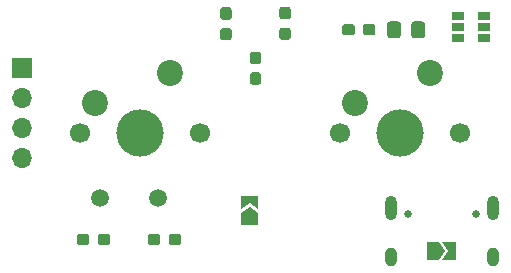
<source format=gts>
G04 #@! TF.GenerationSoftware,KiCad,Pcbnew,5.1.5+dfsg1-2build2*
G04 #@! TF.CreationDate,2021-10-11T18:11:35+03:00*
G04 #@! TF.ProjectId,usb_kb,7573625f-6b62-42e6-9b69-6361645f7063,rev?*
G04 #@! TF.SameCoordinates,Original*
G04 #@! TF.FileFunction,Soldermask,Top*
G04 #@! TF.FilePolarity,Negative*
%FSLAX46Y46*%
G04 Gerber Fmt 4.6, Leading zero omitted, Abs format (unit mm)*
G04 Created by KiCad (PCBNEW 5.1.5+dfsg1-2build2) date 2021-10-11 18:11:35*
%MOMM*%
%LPD*%
G04 APERTURE LIST*
%ADD10O,1.000000X2.100000*%
%ADD11C,0.650000*%
%ADD12O,1.000000X1.600000*%
%ADD13C,1.700000*%
%ADD14C,4.000000*%
%ADD15C,2.200000*%
%ADD16C,0.100000*%
%ADD17C,1.500000*%
%ADD18R,1.060000X0.650000*%
%ADD19O,1.700000X1.700000*%
%ADD20R,1.700000X1.700000*%
G04 APERTURE END LIST*
D10*
X193230000Y-84315000D03*
X201870000Y-84315000D03*
D11*
X200440000Y-84845000D03*
D12*
X201870000Y-88495000D03*
D11*
X194660000Y-84845000D03*
D12*
X193230000Y-88495000D03*
D13*
X199080000Y-78000000D03*
X188920000Y-78000000D03*
D14*
X194000000Y-78000000D03*
D15*
X190190000Y-75460000D03*
X196540000Y-72920000D03*
D16*
G36*
X182010779Y-72851144D02*
G01*
X182033834Y-72854563D01*
X182056443Y-72860227D01*
X182078387Y-72868079D01*
X182099457Y-72878044D01*
X182119448Y-72890026D01*
X182138168Y-72903910D01*
X182155438Y-72919562D01*
X182171090Y-72936832D01*
X182184974Y-72955552D01*
X182196956Y-72975543D01*
X182206921Y-72996613D01*
X182214773Y-73018557D01*
X182220437Y-73041166D01*
X182223856Y-73064221D01*
X182225000Y-73087500D01*
X182225000Y-73662500D01*
X182223856Y-73685779D01*
X182220437Y-73708834D01*
X182214773Y-73731443D01*
X182206921Y-73753387D01*
X182196956Y-73774457D01*
X182184974Y-73794448D01*
X182171090Y-73813168D01*
X182155438Y-73830438D01*
X182138168Y-73846090D01*
X182119448Y-73859974D01*
X182099457Y-73871956D01*
X182078387Y-73881921D01*
X182056443Y-73889773D01*
X182033834Y-73895437D01*
X182010779Y-73898856D01*
X181987500Y-73900000D01*
X181512500Y-73900000D01*
X181489221Y-73898856D01*
X181466166Y-73895437D01*
X181443557Y-73889773D01*
X181421613Y-73881921D01*
X181400543Y-73871956D01*
X181380552Y-73859974D01*
X181361832Y-73846090D01*
X181344562Y-73830438D01*
X181328910Y-73813168D01*
X181315026Y-73794448D01*
X181303044Y-73774457D01*
X181293079Y-73753387D01*
X181285227Y-73731443D01*
X181279563Y-73708834D01*
X181276144Y-73685779D01*
X181275000Y-73662500D01*
X181275000Y-73087500D01*
X181276144Y-73064221D01*
X181279563Y-73041166D01*
X181285227Y-73018557D01*
X181293079Y-72996613D01*
X181303044Y-72975543D01*
X181315026Y-72955552D01*
X181328910Y-72936832D01*
X181344562Y-72919562D01*
X181361832Y-72903910D01*
X181380552Y-72890026D01*
X181400543Y-72878044D01*
X181421613Y-72868079D01*
X181443557Y-72860227D01*
X181466166Y-72854563D01*
X181489221Y-72851144D01*
X181512500Y-72850000D01*
X181987500Y-72850000D01*
X182010779Y-72851144D01*
G37*
G36*
X182010779Y-71101144D02*
G01*
X182033834Y-71104563D01*
X182056443Y-71110227D01*
X182078387Y-71118079D01*
X182099457Y-71128044D01*
X182119448Y-71140026D01*
X182138168Y-71153910D01*
X182155438Y-71169562D01*
X182171090Y-71186832D01*
X182184974Y-71205552D01*
X182196956Y-71225543D01*
X182206921Y-71246613D01*
X182214773Y-71268557D01*
X182220437Y-71291166D01*
X182223856Y-71314221D01*
X182225000Y-71337500D01*
X182225000Y-71912500D01*
X182223856Y-71935779D01*
X182220437Y-71958834D01*
X182214773Y-71981443D01*
X182206921Y-72003387D01*
X182196956Y-72024457D01*
X182184974Y-72044448D01*
X182171090Y-72063168D01*
X182155438Y-72080438D01*
X182138168Y-72096090D01*
X182119448Y-72109974D01*
X182099457Y-72121956D01*
X182078387Y-72131921D01*
X182056443Y-72139773D01*
X182033834Y-72145437D01*
X182010779Y-72148856D01*
X181987500Y-72150000D01*
X181512500Y-72150000D01*
X181489221Y-72148856D01*
X181466166Y-72145437D01*
X181443557Y-72139773D01*
X181421613Y-72131921D01*
X181400543Y-72121956D01*
X181380552Y-72109974D01*
X181361832Y-72096090D01*
X181344562Y-72080438D01*
X181328910Y-72063168D01*
X181315026Y-72044448D01*
X181303044Y-72024457D01*
X181293079Y-72003387D01*
X181285227Y-71981443D01*
X181279563Y-71958834D01*
X181276144Y-71935779D01*
X181275000Y-71912500D01*
X181275000Y-71337500D01*
X181276144Y-71314221D01*
X181279563Y-71291166D01*
X181285227Y-71268557D01*
X181293079Y-71246613D01*
X181303044Y-71225543D01*
X181315026Y-71205552D01*
X181328910Y-71186832D01*
X181344562Y-71169562D01*
X181361832Y-71153910D01*
X181380552Y-71140026D01*
X181400543Y-71128044D01*
X181421613Y-71118079D01*
X181443557Y-71110227D01*
X181466166Y-71104563D01*
X181489221Y-71101144D01*
X181512500Y-71100000D01*
X181987500Y-71100000D01*
X182010779Y-71101144D01*
G37*
G36*
X189935779Y-68776144D02*
G01*
X189958834Y-68779563D01*
X189981443Y-68785227D01*
X190003387Y-68793079D01*
X190024457Y-68803044D01*
X190044448Y-68815026D01*
X190063168Y-68828910D01*
X190080438Y-68844562D01*
X190096090Y-68861832D01*
X190109974Y-68880552D01*
X190121956Y-68900543D01*
X190131921Y-68921613D01*
X190139773Y-68943557D01*
X190145437Y-68966166D01*
X190148856Y-68989221D01*
X190150000Y-69012500D01*
X190150000Y-69487500D01*
X190148856Y-69510779D01*
X190145437Y-69533834D01*
X190139773Y-69556443D01*
X190131921Y-69578387D01*
X190121956Y-69599457D01*
X190109974Y-69619448D01*
X190096090Y-69638168D01*
X190080438Y-69655438D01*
X190063168Y-69671090D01*
X190044448Y-69684974D01*
X190024457Y-69696956D01*
X190003387Y-69706921D01*
X189981443Y-69714773D01*
X189958834Y-69720437D01*
X189935779Y-69723856D01*
X189912500Y-69725000D01*
X189337500Y-69725000D01*
X189314221Y-69723856D01*
X189291166Y-69720437D01*
X189268557Y-69714773D01*
X189246613Y-69706921D01*
X189225543Y-69696956D01*
X189205552Y-69684974D01*
X189186832Y-69671090D01*
X189169562Y-69655438D01*
X189153910Y-69638168D01*
X189140026Y-69619448D01*
X189128044Y-69599457D01*
X189118079Y-69578387D01*
X189110227Y-69556443D01*
X189104563Y-69533834D01*
X189101144Y-69510779D01*
X189100000Y-69487500D01*
X189100000Y-69012500D01*
X189101144Y-68989221D01*
X189104563Y-68966166D01*
X189110227Y-68943557D01*
X189118079Y-68921613D01*
X189128044Y-68900543D01*
X189140026Y-68880552D01*
X189153910Y-68861832D01*
X189169562Y-68844562D01*
X189186832Y-68828910D01*
X189205552Y-68815026D01*
X189225543Y-68803044D01*
X189246613Y-68793079D01*
X189268557Y-68785227D01*
X189291166Y-68779563D01*
X189314221Y-68776144D01*
X189337500Y-68775000D01*
X189912500Y-68775000D01*
X189935779Y-68776144D01*
G37*
G36*
X191685779Y-68776144D02*
G01*
X191708834Y-68779563D01*
X191731443Y-68785227D01*
X191753387Y-68793079D01*
X191774457Y-68803044D01*
X191794448Y-68815026D01*
X191813168Y-68828910D01*
X191830438Y-68844562D01*
X191846090Y-68861832D01*
X191859974Y-68880552D01*
X191871956Y-68900543D01*
X191881921Y-68921613D01*
X191889773Y-68943557D01*
X191895437Y-68966166D01*
X191898856Y-68989221D01*
X191900000Y-69012500D01*
X191900000Y-69487500D01*
X191898856Y-69510779D01*
X191895437Y-69533834D01*
X191889773Y-69556443D01*
X191881921Y-69578387D01*
X191871956Y-69599457D01*
X191859974Y-69619448D01*
X191846090Y-69638168D01*
X191830438Y-69655438D01*
X191813168Y-69671090D01*
X191794448Y-69684974D01*
X191774457Y-69696956D01*
X191753387Y-69706921D01*
X191731443Y-69714773D01*
X191708834Y-69720437D01*
X191685779Y-69723856D01*
X191662500Y-69725000D01*
X191087500Y-69725000D01*
X191064221Y-69723856D01*
X191041166Y-69720437D01*
X191018557Y-69714773D01*
X190996613Y-69706921D01*
X190975543Y-69696956D01*
X190955552Y-69684974D01*
X190936832Y-69671090D01*
X190919562Y-69655438D01*
X190903910Y-69638168D01*
X190890026Y-69619448D01*
X190878044Y-69599457D01*
X190868079Y-69578387D01*
X190860227Y-69556443D01*
X190854563Y-69533834D01*
X190851144Y-69510779D01*
X190850000Y-69487500D01*
X190850000Y-69012500D01*
X190851144Y-68989221D01*
X190854563Y-68966166D01*
X190860227Y-68943557D01*
X190868079Y-68921613D01*
X190878044Y-68900543D01*
X190890026Y-68880552D01*
X190903910Y-68861832D01*
X190919562Y-68844562D01*
X190936832Y-68828910D01*
X190955552Y-68815026D01*
X190975543Y-68803044D01*
X190996613Y-68793079D01*
X191018557Y-68785227D01*
X191041166Y-68779563D01*
X191064221Y-68776144D01*
X191087500Y-68775000D01*
X191662500Y-68775000D01*
X191685779Y-68776144D01*
G37*
G36*
X169223279Y-86526144D02*
G01*
X169246334Y-86529563D01*
X169268943Y-86535227D01*
X169290887Y-86543079D01*
X169311957Y-86553044D01*
X169331948Y-86565026D01*
X169350668Y-86578910D01*
X169367938Y-86594562D01*
X169383590Y-86611832D01*
X169397474Y-86630552D01*
X169409456Y-86650543D01*
X169419421Y-86671613D01*
X169427273Y-86693557D01*
X169432937Y-86716166D01*
X169436356Y-86739221D01*
X169437500Y-86762500D01*
X169437500Y-87237500D01*
X169436356Y-87260779D01*
X169432937Y-87283834D01*
X169427273Y-87306443D01*
X169419421Y-87328387D01*
X169409456Y-87349457D01*
X169397474Y-87369448D01*
X169383590Y-87388168D01*
X169367938Y-87405438D01*
X169350668Y-87421090D01*
X169331948Y-87434974D01*
X169311957Y-87446956D01*
X169290887Y-87456921D01*
X169268943Y-87464773D01*
X169246334Y-87470437D01*
X169223279Y-87473856D01*
X169200000Y-87475000D01*
X168625000Y-87475000D01*
X168601721Y-87473856D01*
X168578666Y-87470437D01*
X168556057Y-87464773D01*
X168534113Y-87456921D01*
X168513043Y-87446956D01*
X168493052Y-87434974D01*
X168474332Y-87421090D01*
X168457062Y-87405438D01*
X168441410Y-87388168D01*
X168427526Y-87369448D01*
X168415544Y-87349457D01*
X168405579Y-87328387D01*
X168397727Y-87306443D01*
X168392063Y-87283834D01*
X168388644Y-87260779D01*
X168387500Y-87237500D01*
X168387500Y-86762500D01*
X168388644Y-86739221D01*
X168392063Y-86716166D01*
X168397727Y-86693557D01*
X168405579Y-86671613D01*
X168415544Y-86650543D01*
X168427526Y-86630552D01*
X168441410Y-86611832D01*
X168457062Y-86594562D01*
X168474332Y-86578910D01*
X168493052Y-86565026D01*
X168513043Y-86553044D01*
X168534113Y-86543079D01*
X168556057Y-86535227D01*
X168578666Y-86529563D01*
X168601721Y-86526144D01*
X168625000Y-86525000D01*
X169200000Y-86525000D01*
X169223279Y-86526144D01*
G37*
G36*
X167473279Y-86526144D02*
G01*
X167496334Y-86529563D01*
X167518943Y-86535227D01*
X167540887Y-86543079D01*
X167561957Y-86553044D01*
X167581948Y-86565026D01*
X167600668Y-86578910D01*
X167617938Y-86594562D01*
X167633590Y-86611832D01*
X167647474Y-86630552D01*
X167659456Y-86650543D01*
X167669421Y-86671613D01*
X167677273Y-86693557D01*
X167682937Y-86716166D01*
X167686356Y-86739221D01*
X167687500Y-86762500D01*
X167687500Y-87237500D01*
X167686356Y-87260779D01*
X167682937Y-87283834D01*
X167677273Y-87306443D01*
X167669421Y-87328387D01*
X167659456Y-87349457D01*
X167647474Y-87369448D01*
X167633590Y-87388168D01*
X167617938Y-87405438D01*
X167600668Y-87421090D01*
X167581948Y-87434974D01*
X167561957Y-87446956D01*
X167540887Y-87456921D01*
X167518943Y-87464773D01*
X167496334Y-87470437D01*
X167473279Y-87473856D01*
X167450000Y-87475000D01*
X166875000Y-87475000D01*
X166851721Y-87473856D01*
X166828666Y-87470437D01*
X166806057Y-87464773D01*
X166784113Y-87456921D01*
X166763043Y-87446956D01*
X166743052Y-87434974D01*
X166724332Y-87421090D01*
X166707062Y-87405438D01*
X166691410Y-87388168D01*
X166677526Y-87369448D01*
X166665544Y-87349457D01*
X166655579Y-87328387D01*
X166647727Y-87306443D01*
X166642063Y-87283834D01*
X166638644Y-87260779D01*
X166637500Y-87237500D01*
X166637500Y-86762500D01*
X166638644Y-86739221D01*
X166642063Y-86716166D01*
X166647727Y-86693557D01*
X166655579Y-86671613D01*
X166665544Y-86650543D01*
X166677526Y-86630552D01*
X166691410Y-86611832D01*
X166707062Y-86594562D01*
X166724332Y-86578910D01*
X166743052Y-86565026D01*
X166763043Y-86553044D01*
X166784113Y-86543079D01*
X166806057Y-86535227D01*
X166828666Y-86529563D01*
X166851721Y-86526144D01*
X166875000Y-86525000D01*
X167450000Y-86525000D01*
X167473279Y-86526144D01*
G37*
G36*
X173473279Y-86526144D02*
G01*
X173496334Y-86529563D01*
X173518943Y-86535227D01*
X173540887Y-86543079D01*
X173561957Y-86553044D01*
X173581948Y-86565026D01*
X173600668Y-86578910D01*
X173617938Y-86594562D01*
X173633590Y-86611832D01*
X173647474Y-86630552D01*
X173659456Y-86650543D01*
X173669421Y-86671613D01*
X173677273Y-86693557D01*
X173682937Y-86716166D01*
X173686356Y-86739221D01*
X173687500Y-86762500D01*
X173687500Y-87237500D01*
X173686356Y-87260779D01*
X173682937Y-87283834D01*
X173677273Y-87306443D01*
X173669421Y-87328387D01*
X173659456Y-87349457D01*
X173647474Y-87369448D01*
X173633590Y-87388168D01*
X173617938Y-87405438D01*
X173600668Y-87421090D01*
X173581948Y-87434974D01*
X173561957Y-87446956D01*
X173540887Y-87456921D01*
X173518943Y-87464773D01*
X173496334Y-87470437D01*
X173473279Y-87473856D01*
X173450000Y-87475000D01*
X172875000Y-87475000D01*
X172851721Y-87473856D01*
X172828666Y-87470437D01*
X172806057Y-87464773D01*
X172784113Y-87456921D01*
X172763043Y-87446956D01*
X172743052Y-87434974D01*
X172724332Y-87421090D01*
X172707062Y-87405438D01*
X172691410Y-87388168D01*
X172677526Y-87369448D01*
X172665544Y-87349457D01*
X172655579Y-87328387D01*
X172647727Y-87306443D01*
X172642063Y-87283834D01*
X172638644Y-87260779D01*
X172637500Y-87237500D01*
X172637500Y-86762500D01*
X172638644Y-86739221D01*
X172642063Y-86716166D01*
X172647727Y-86693557D01*
X172655579Y-86671613D01*
X172665544Y-86650543D01*
X172677526Y-86630552D01*
X172691410Y-86611832D01*
X172707062Y-86594562D01*
X172724332Y-86578910D01*
X172743052Y-86565026D01*
X172763043Y-86553044D01*
X172784113Y-86543079D01*
X172806057Y-86535227D01*
X172828666Y-86529563D01*
X172851721Y-86526144D01*
X172875000Y-86525000D01*
X173450000Y-86525000D01*
X173473279Y-86526144D01*
G37*
G36*
X175223279Y-86526144D02*
G01*
X175246334Y-86529563D01*
X175268943Y-86535227D01*
X175290887Y-86543079D01*
X175311957Y-86553044D01*
X175331948Y-86565026D01*
X175350668Y-86578910D01*
X175367938Y-86594562D01*
X175383590Y-86611832D01*
X175397474Y-86630552D01*
X175409456Y-86650543D01*
X175419421Y-86671613D01*
X175427273Y-86693557D01*
X175432937Y-86716166D01*
X175436356Y-86739221D01*
X175437500Y-86762500D01*
X175437500Y-87237500D01*
X175436356Y-87260779D01*
X175432937Y-87283834D01*
X175427273Y-87306443D01*
X175419421Y-87328387D01*
X175409456Y-87349457D01*
X175397474Y-87369448D01*
X175383590Y-87388168D01*
X175367938Y-87405438D01*
X175350668Y-87421090D01*
X175331948Y-87434974D01*
X175311957Y-87446956D01*
X175290887Y-87456921D01*
X175268943Y-87464773D01*
X175246334Y-87470437D01*
X175223279Y-87473856D01*
X175200000Y-87475000D01*
X174625000Y-87475000D01*
X174601721Y-87473856D01*
X174578666Y-87470437D01*
X174556057Y-87464773D01*
X174534113Y-87456921D01*
X174513043Y-87446956D01*
X174493052Y-87434974D01*
X174474332Y-87421090D01*
X174457062Y-87405438D01*
X174441410Y-87388168D01*
X174427526Y-87369448D01*
X174415544Y-87349457D01*
X174405579Y-87328387D01*
X174397727Y-87306443D01*
X174392063Y-87283834D01*
X174388644Y-87260779D01*
X174387500Y-87237500D01*
X174387500Y-86762500D01*
X174388644Y-86739221D01*
X174392063Y-86716166D01*
X174397727Y-86693557D01*
X174405579Y-86671613D01*
X174415544Y-86650543D01*
X174427526Y-86630552D01*
X174441410Y-86611832D01*
X174457062Y-86594562D01*
X174474332Y-86578910D01*
X174493052Y-86565026D01*
X174513043Y-86553044D01*
X174534113Y-86543079D01*
X174556057Y-86535227D01*
X174578666Y-86529563D01*
X174601721Y-86526144D01*
X174625000Y-86525000D01*
X175200000Y-86525000D01*
X175223279Y-86526144D01*
G37*
G36*
X179510779Y-69101144D02*
G01*
X179533834Y-69104563D01*
X179556443Y-69110227D01*
X179578387Y-69118079D01*
X179599457Y-69128044D01*
X179619448Y-69140026D01*
X179638168Y-69153910D01*
X179655438Y-69169562D01*
X179671090Y-69186832D01*
X179684974Y-69205552D01*
X179696956Y-69225543D01*
X179706921Y-69246613D01*
X179714773Y-69268557D01*
X179720437Y-69291166D01*
X179723856Y-69314221D01*
X179725000Y-69337500D01*
X179725000Y-69912500D01*
X179723856Y-69935779D01*
X179720437Y-69958834D01*
X179714773Y-69981443D01*
X179706921Y-70003387D01*
X179696956Y-70024457D01*
X179684974Y-70044448D01*
X179671090Y-70063168D01*
X179655438Y-70080438D01*
X179638168Y-70096090D01*
X179619448Y-70109974D01*
X179599457Y-70121956D01*
X179578387Y-70131921D01*
X179556443Y-70139773D01*
X179533834Y-70145437D01*
X179510779Y-70148856D01*
X179487500Y-70150000D01*
X179012500Y-70150000D01*
X178989221Y-70148856D01*
X178966166Y-70145437D01*
X178943557Y-70139773D01*
X178921613Y-70131921D01*
X178900543Y-70121956D01*
X178880552Y-70109974D01*
X178861832Y-70096090D01*
X178844562Y-70080438D01*
X178828910Y-70063168D01*
X178815026Y-70044448D01*
X178803044Y-70024457D01*
X178793079Y-70003387D01*
X178785227Y-69981443D01*
X178779563Y-69958834D01*
X178776144Y-69935779D01*
X178775000Y-69912500D01*
X178775000Y-69337500D01*
X178776144Y-69314221D01*
X178779563Y-69291166D01*
X178785227Y-69268557D01*
X178793079Y-69246613D01*
X178803044Y-69225543D01*
X178815026Y-69205552D01*
X178828910Y-69186832D01*
X178844562Y-69169562D01*
X178861832Y-69153910D01*
X178880552Y-69140026D01*
X178900543Y-69128044D01*
X178921613Y-69118079D01*
X178943557Y-69110227D01*
X178966166Y-69104563D01*
X178989221Y-69101144D01*
X179012500Y-69100000D01*
X179487500Y-69100000D01*
X179510779Y-69101144D01*
G37*
G36*
X179510779Y-67351144D02*
G01*
X179533834Y-67354563D01*
X179556443Y-67360227D01*
X179578387Y-67368079D01*
X179599457Y-67378044D01*
X179619448Y-67390026D01*
X179638168Y-67403910D01*
X179655438Y-67419562D01*
X179671090Y-67436832D01*
X179684974Y-67455552D01*
X179696956Y-67475543D01*
X179706921Y-67496613D01*
X179714773Y-67518557D01*
X179720437Y-67541166D01*
X179723856Y-67564221D01*
X179725000Y-67587500D01*
X179725000Y-68162500D01*
X179723856Y-68185779D01*
X179720437Y-68208834D01*
X179714773Y-68231443D01*
X179706921Y-68253387D01*
X179696956Y-68274457D01*
X179684974Y-68294448D01*
X179671090Y-68313168D01*
X179655438Y-68330438D01*
X179638168Y-68346090D01*
X179619448Y-68359974D01*
X179599457Y-68371956D01*
X179578387Y-68381921D01*
X179556443Y-68389773D01*
X179533834Y-68395437D01*
X179510779Y-68398856D01*
X179487500Y-68400000D01*
X179012500Y-68400000D01*
X178989221Y-68398856D01*
X178966166Y-68395437D01*
X178943557Y-68389773D01*
X178921613Y-68381921D01*
X178900543Y-68371956D01*
X178880552Y-68359974D01*
X178861832Y-68346090D01*
X178844562Y-68330438D01*
X178828910Y-68313168D01*
X178815026Y-68294448D01*
X178803044Y-68274457D01*
X178793079Y-68253387D01*
X178785227Y-68231443D01*
X178779563Y-68208834D01*
X178776144Y-68185779D01*
X178775000Y-68162500D01*
X178775000Y-67587500D01*
X178776144Y-67564221D01*
X178779563Y-67541166D01*
X178785227Y-67518557D01*
X178793079Y-67496613D01*
X178803044Y-67475543D01*
X178815026Y-67455552D01*
X178828910Y-67436832D01*
X178844562Y-67419562D01*
X178861832Y-67403910D01*
X178880552Y-67390026D01*
X178900543Y-67378044D01*
X178921613Y-67368079D01*
X178943557Y-67360227D01*
X178966166Y-67354563D01*
X178989221Y-67351144D01*
X179012500Y-67350000D01*
X179487500Y-67350000D01*
X179510779Y-67351144D01*
G37*
G36*
X184510779Y-69063644D02*
G01*
X184533834Y-69067063D01*
X184556443Y-69072727D01*
X184578387Y-69080579D01*
X184599457Y-69090544D01*
X184619448Y-69102526D01*
X184638168Y-69116410D01*
X184655438Y-69132062D01*
X184671090Y-69149332D01*
X184684974Y-69168052D01*
X184696956Y-69188043D01*
X184706921Y-69209113D01*
X184714773Y-69231057D01*
X184720437Y-69253666D01*
X184723856Y-69276721D01*
X184725000Y-69300000D01*
X184725000Y-69875000D01*
X184723856Y-69898279D01*
X184720437Y-69921334D01*
X184714773Y-69943943D01*
X184706921Y-69965887D01*
X184696956Y-69986957D01*
X184684974Y-70006948D01*
X184671090Y-70025668D01*
X184655438Y-70042938D01*
X184638168Y-70058590D01*
X184619448Y-70072474D01*
X184599457Y-70084456D01*
X184578387Y-70094421D01*
X184556443Y-70102273D01*
X184533834Y-70107937D01*
X184510779Y-70111356D01*
X184487500Y-70112500D01*
X184012500Y-70112500D01*
X183989221Y-70111356D01*
X183966166Y-70107937D01*
X183943557Y-70102273D01*
X183921613Y-70094421D01*
X183900543Y-70084456D01*
X183880552Y-70072474D01*
X183861832Y-70058590D01*
X183844562Y-70042938D01*
X183828910Y-70025668D01*
X183815026Y-70006948D01*
X183803044Y-69986957D01*
X183793079Y-69965887D01*
X183785227Y-69943943D01*
X183779563Y-69921334D01*
X183776144Y-69898279D01*
X183775000Y-69875000D01*
X183775000Y-69300000D01*
X183776144Y-69276721D01*
X183779563Y-69253666D01*
X183785227Y-69231057D01*
X183793079Y-69209113D01*
X183803044Y-69188043D01*
X183815026Y-69168052D01*
X183828910Y-69149332D01*
X183844562Y-69132062D01*
X183861832Y-69116410D01*
X183880552Y-69102526D01*
X183900543Y-69090544D01*
X183921613Y-69080579D01*
X183943557Y-69072727D01*
X183966166Y-69067063D01*
X183989221Y-69063644D01*
X184012500Y-69062500D01*
X184487500Y-69062500D01*
X184510779Y-69063644D01*
G37*
G36*
X184510779Y-67313644D02*
G01*
X184533834Y-67317063D01*
X184556443Y-67322727D01*
X184578387Y-67330579D01*
X184599457Y-67340544D01*
X184619448Y-67352526D01*
X184638168Y-67366410D01*
X184655438Y-67382062D01*
X184671090Y-67399332D01*
X184684974Y-67418052D01*
X184696956Y-67438043D01*
X184706921Y-67459113D01*
X184714773Y-67481057D01*
X184720437Y-67503666D01*
X184723856Y-67526721D01*
X184725000Y-67550000D01*
X184725000Y-68125000D01*
X184723856Y-68148279D01*
X184720437Y-68171334D01*
X184714773Y-68193943D01*
X184706921Y-68215887D01*
X184696956Y-68236957D01*
X184684974Y-68256948D01*
X184671090Y-68275668D01*
X184655438Y-68292938D01*
X184638168Y-68308590D01*
X184619448Y-68322474D01*
X184599457Y-68334456D01*
X184578387Y-68344421D01*
X184556443Y-68352273D01*
X184533834Y-68357937D01*
X184510779Y-68361356D01*
X184487500Y-68362500D01*
X184012500Y-68362500D01*
X183989221Y-68361356D01*
X183966166Y-68357937D01*
X183943557Y-68352273D01*
X183921613Y-68344421D01*
X183900543Y-68334456D01*
X183880552Y-68322474D01*
X183861832Y-68308590D01*
X183844562Y-68292938D01*
X183828910Y-68275668D01*
X183815026Y-68256948D01*
X183803044Y-68236957D01*
X183793079Y-68215887D01*
X183785227Y-68193943D01*
X183779563Y-68171334D01*
X183776144Y-68148279D01*
X183775000Y-68125000D01*
X183775000Y-67550000D01*
X183776144Y-67526721D01*
X183779563Y-67503666D01*
X183785227Y-67481057D01*
X183793079Y-67459113D01*
X183803044Y-67438043D01*
X183815026Y-67418052D01*
X183828910Y-67399332D01*
X183844562Y-67382062D01*
X183861832Y-67366410D01*
X183880552Y-67352526D01*
X183900543Y-67340544D01*
X183921613Y-67330579D01*
X183943557Y-67322727D01*
X183966166Y-67317063D01*
X183989221Y-67313644D01*
X184012500Y-67312500D01*
X184487500Y-67312500D01*
X184510779Y-67313644D01*
G37*
D17*
X168620000Y-83500000D03*
X173500000Y-83500000D03*
D18*
X198900000Y-69000000D03*
X198900000Y-69950000D03*
X198900000Y-68050000D03*
X201100000Y-68050000D03*
X201100000Y-69000000D03*
X201100000Y-69950000D03*
D13*
X177080000Y-78000000D03*
X166920000Y-78000000D03*
D14*
X172000000Y-78000000D03*
D15*
X168190000Y-75460000D03*
X174540000Y-72920000D03*
D16*
G36*
X181250000Y-84250000D02*
G01*
X182000000Y-84750000D01*
X182000000Y-85750000D01*
X180500000Y-85750000D01*
X180500000Y-84750000D01*
X181250000Y-84250000D01*
G37*
G36*
X182000000Y-83300000D02*
G01*
X182000000Y-84450000D01*
X181250000Y-83950000D01*
X180500000Y-84450000D01*
X180500000Y-83300000D01*
X182000000Y-83300000D01*
G37*
G36*
X197775000Y-88000000D02*
G01*
X197275000Y-88750000D01*
X196275000Y-88750000D01*
X196275000Y-87250000D01*
X197275000Y-87250000D01*
X197775000Y-88000000D01*
G37*
G36*
X198725000Y-88750000D02*
G01*
X197575000Y-88750000D01*
X198075000Y-88000000D01*
X197575000Y-87250000D01*
X198725000Y-87250000D01*
X198725000Y-88750000D01*
G37*
D19*
X162000000Y-80080000D03*
X162000000Y-77540000D03*
X162000000Y-75000000D03*
D20*
X162000000Y-72460000D03*
D16*
G36*
X195874505Y-68551204D02*
G01*
X195898773Y-68554804D01*
X195922572Y-68560765D01*
X195945671Y-68569030D01*
X195967850Y-68579520D01*
X195988893Y-68592132D01*
X196008599Y-68606747D01*
X196026777Y-68623223D01*
X196043253Y-68641401D01*
X196057868Y-68661107D01*
X196070480Y-68682150D01*
X196080970Y-68704329D01*
X196089235Y-68727428D01*
X196095196Y-68751227D01*
X196098796Y-68775495D01*
X196100000Y-68799999D01*
X196100000Y-69700001D01*
X196098796Y-69724505D01*
X196095196Y-69748773D01*
X196089235Y-69772572D01*
X196080970Y-69795671D01*
X196070480Y-69817850D01*
X196057868Y-69838893D01*
X196043253Y-69858599D01*
X196026777Y-69876777D01*
X196008599Y-69893253D01*
X195988893Y-69907868D01*
X195967850Y-69920480D01*
X195945671Y-69930970D01*
X195922572Y-69939235D01*
X195898773Y-69945196D01*
X195874505Y-69948796D01*
X195850001Y-69950000D01*
X195199999Y-69950000D01*
X195175495Y-69948796D01*
X195151227Y-69945196D01*
X195127428Y-69939235D01*
X195104329Y-69930970D01*
X195082150Y-69920480D01*
X195061107Y-69907868D01*
X195041401Y-69893253D01*
X195023223Y-69876777D01*
X195006747Y-69858599D01*
X194992132Y-69838893D01*
X194979520Y-69817850D01*
X194969030Y-69795671D01*
X194960765Y-69772572D01*
X194954804Y-69748773D01*
X194951204Y-69724505D01*
X194950000Y-69700001D01*
X194950000Y-68799999D01*
X194951204Y-68775495D01*
X194954804Y-68751227D01*
X194960765Y-68727428D01*
X194969030Y-68704329D01*
X194979520Y-68682150D01*
X194992132Y-68661107D01*
X195006747Y-68641401D01*
X195023223Y-68623223D01*
X195041401Y-68606747D01*
X195061107Y-68592132D01*
X195082150Y-68579520D01*
X195104329Y-68569030D01*
X195127428Y-68560765D01*
X195151227Y-68554804D01*
X195175495Y-68551204D01*
X195199999Y-68550000D01*
X195850001Y-68550000D01*
X195874505Y-68551204D01*
G37*
G36*
X193824505Y-68551204D02*
G01*
X193848773Y-68554804D01*
X193872572Y-68560765D01*
X193895671Y-68569030D01*
X193917850Y-68579520D01*
X193938893Y-68592132D01*
X193958599Y-68606747D01*
X193976777Y-68623223D01*
X193993253Y-68641401D01*
X194007868Y-68661107D01*
X194020480Y-68682150D01*
X194030970Y-68704329D01*
X194039235Y-68727428D01*
X194045196Y-68751227D01*
X194048796Y-68775495D01*
X194050000Y-68799999D01*
X194050000Y-69700001D01*
X194048796Y-69724505D01*
X194045196Y-69748773D01*
X194039235Y-69772572D01*
X194030970Y-69795671D01*
X194020480Y-69817850D01*
X194007868Y-69838893D01*
X193993253Y-69858599D01*
X193976777Y-69876777D01*
X193958599Y-69893253D01*
X193938893Y-69907868D01*
X193917850Y-69920480D01*
X193895671Y-69930970D01*
X193872572Y-69939235D01*
X193848773Y-69945196D01*
X193824505Y-69948796D01*
X193800001Y-69950000D01*
X193149999Y-69950000D01*
X193125495Y-69948796D01*
X193101227Y-69945196D01*
X193077428Y-69939235D01*
X193054329Y-69930970D01*
X193032150Y-69920480D01*
X193011107Y-69907868D01*
X192991401Y-69893253D01*
X192973223Y-69876777D01*
X192956747Y-69858599D01*
X192942132Y-69838893D01*
X192929520Y-69817850D01*
X192919030Y-69795671D01*
X192910765Y-69772572D01*
X192904804Y-69748773D01*
X192901204Y-69724505D01*
X192900000Y-69700001D01*
X192900000Y-68799999D01*
X192901204Y-68775495D01*
X192904804Y-68751227D01*
X192910765Y-68727428D01*
X192919030Y-68704329D01*
X192929520Y-68682150D01*
X192942132Y-68661107D01*
X192956747Y-68641401D01*
X192973223Y-68623223D01*
X192991401Y-68606747D01*
X193011107Y-68592132D01*
X193032150Y-68579520D01*
X193054329Y-68569030D01*
X193077428Y-68560765D01*
X193101227Y-68554804D01*
X193125495Y-68551204D01*
X193149999Y-68550000D01*
X193800001Y-68550000D01*
X193824505Y-68551204D01*
G37*
M02*

</source>
